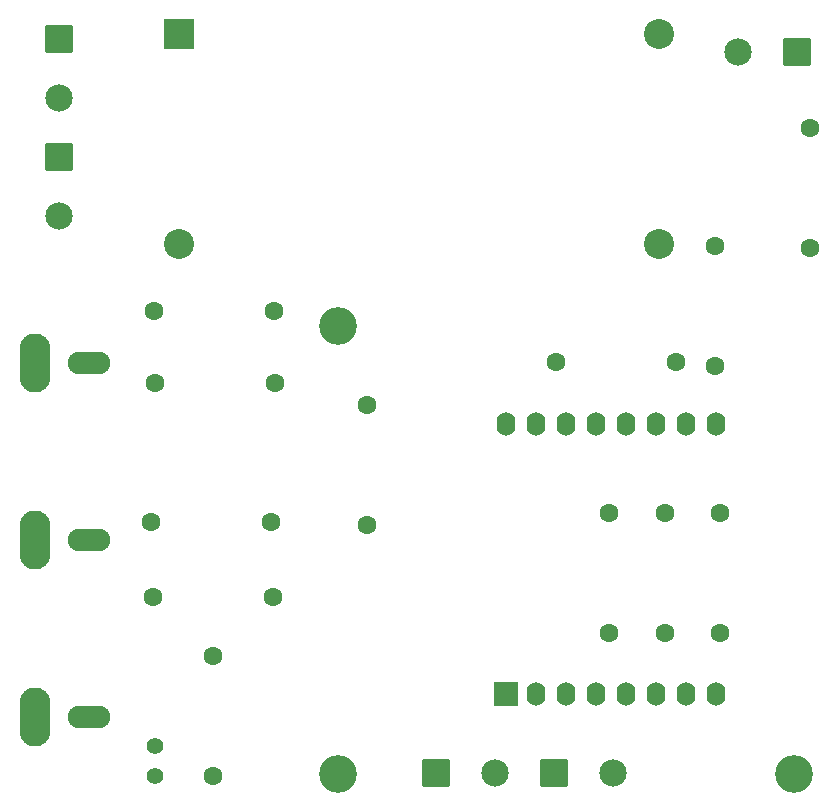
<source format=gbr>
%TF.GenerationSoftware,KiCad,Pcbnew,9.0.2*%
%TF.CreationDate,2025-07-13T19:28:41+02:00*%
%TF.ProjectId,AHD-Switch,4148442d-5377-4697-9463-682e6b696361,rev?*%
%TF.SameCoordinates,Original*%
%TF.FileFunction,Soldermask,Bot*%
%TF.FilePolarity,Negative*%
%FSLAX46Y46*%
G04 Gerber Fmt 4.6, Leading zero omitted, Abs format (unit mm)*
G04 Created by KiCad (PCBNEW 9.0.2) date 2025-07-13 19:28:41*
%MOMM*%
%LPD*%
G01*
G04 APERTURE LIST*
G04 Aperture macros list*
%AMRoundRect*
0 Rectangle with rounded corners*
0 $1 Rounding radius*
0 $2 $3 $4 $5 $6 $7 $8 $9 X,Y pos of 4 corners*
0 Add a 4 corners polygon primitive as box body*
4,1,4,$2,$3,$4,$5,$6,$7,$8,$9,$2,$3,0*
0 Add four circle primitives for the rounded corners*
1,1,$1+$1,$2,$3*
1,1,$1+$1,$4,$5*
1,1,$1+$1,$6,$7*
1,1,$1+$1,$8,$9*
0 Add four rect primitives between the rounded corners*
20,1,$1+$1,$2,$3,$4,$5,0*
20,1,$1+$1,$4,$5,$6,$7,0*
20,1,$1+$1,$6,$7,$8,$9,0*
20,1,$1+$1,$8,$9,$2,$3,0*%
G04 Aperture macros list end*
%ADD10C,1.600000*%
%ADD11C,3.200000*%
%ADD12RoundRect,0.102000X-1.050000X1.050000X-1.050000X-1.050000X1.050000X-1.050000X1.050000X1.050000X0*%
%ADD13C,2.304000*%
%ADD14O,2.604000X5.004000*%
%ADD15O,3.604000X1.904000*%
%ADD16RoundRect,0.102000X-1.050000X-1.050000X1.050000X-1.050000X1.050000X1.050000X-1.050000X1.050000X0*%
%ADD17C,1.400000*%
%ADD18R,2.000000X2.000000*%
%ADD19O,1.600000X2.000000*%
%ADD20R,2.540000X2.540000*%
%ADD21C,2.540000*%
%ADD22RoundRect,0.102000X1.050000X1.050000X-1.050000X1.050000X-1.050000X-1.050000X1.050000X-1.050000X0*%
G04 APERTURE END LIST*
D10*
%TO.C,R7*%
X89200000Y-108900000D03*
X79040000Y-108900000D03*
%TD*%
D11*
%TO.C,H3*%
X60600000Y-143800000D03*
%TD*%
D10*
%TO.C,R3*%
X63100000Y-122700000D03*
X63100000Y-112540000D03*
%TD*%
D12*
%TO.C,J4*%
X37000000Y-81600000D03*
D13*
X37000000Y-86600000D03*
%TD*%
D14*
%TO.C,J2*%
X35000000Y-124000000D03*
D15*
X39500000Y-124000000D03*
%TD*%
D12*
%TO.C,J6*%
X37000000Y-91600000D03*
D13*
X37000000Y-96600000D03*
%TD*%
D16*
%TO.C,SW1*%
X78900000Y-143700000D03*
D13*
X83900000Y-143700000D03*
%TD*%
D10*
%TO.C,R1*%
X45020000Y-104600000D03*
X55180000Y-104600000D03*
%TD*%
%TO.C,R5*%
X45120000Y-110700000D03*
X55280000Y-110700000D03*
%TD*%
%TO.C,R8*%
X88300000Y-131880000D03*
X88300000Y-121720000D03*
%TD*%
%TO.C,R4*%
X50000000Y-144000000D03*
X50000000Y-133840000D03*
%TD*%
D16*
%TO.C,SW5*%
X68900000Y-143700000D03*
D13*
X73900000Y-143700000D03*
%TD*%
D17*
%TO.C,JP1*%
X45100000Y-144000000D03*
X45100000Y-141460000D03*
%TD*%
D10*
%TO.C,R6*%
X44820000Y-122500000D03*
X54980000Y-122500000D03*
%TD*%
D18*
%TO.C,U2*%
X74810000Y-137045000D03*
D19*
X77350000Y-137045000D03*
X79890000Y-137045000D03*
X82430000Y-137045000D03*
X84970000Y-137045000D03*
X87510000Y-137045000D03*
X90050000Y-137045000D03*
X92590000Y-137045000D03*
X92590000Y-114185000D03*
X90050000Y-114185000D03*
X87510000Y-114185000D03*
X84970000Y-114185000D03*
X82430000Y-114185000D03*
X79890000Y-114185000D03*
X77350000Y-114185000D03*
X74810000Y-114185000D03*
%TD*%
D20*
%TO.C,U4*%
X47200000Y-81200000D03*
D21*
X47200000Y-98980000D03*
X87840000Y-98980000D03*
X87840000Y-81200000D03*
%TD*%
D11*
%TO.C,H2*%
X60600000Y-105900000D03*
%TD*%
D14*
%TO.C,J1*%
X35000000Y-109000000D03*
D15*
X39500000Y-109000000D03*
%TD*%
D11*
%TO.C,H1*%
X99200000Y-143800000D03*
%TD*%
D14*
%TO.C,J3*%
X35000000Y-139000000D03*
D15*
X39500000Y-139000000D03*
%TD*%
D10*
%TO.C,R9*%
X93000000Y-131880000D03*
X93000000Y-121720000D03*
%TD*%
%TO.C,R2*%
X44920000Y-128800000D03*
X55080000Y-128800000D03*
%TD*%
%TO.C,R11*%
X83600000Y-131880000D03*
X83600000Y-121720000D03*
%TD*%
%TO.C,R12*%
X92500000Y-109280000D03*
X92500000Y-99120000D03*
%TD*%
D22*
%TO.C,J5*%
X99500000Y-82700000D03*
D13*
X94500000Y-82700000D03*
%TD*%
D10*
%TO.C,R10*%
X100600000Y-89100000D03*
X100600000Y-99260000D03*
%TD*%
M02*

</source>
